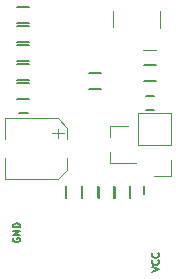
<source format=gto>
%TF.GenerationSoftware,KiCad,Pcbnew,4.0.7*%
%TF.CreationDate,2017-10-11T16:39:00+02:00*%
%TF.ProjectId,ESP12_pcb,45535031325F7063622E6B696361645F,rev?*%
%TF.FileFunction,Legend,Top*%
%FSLAX46Y46*%
G04 Gerber Fmt 4.6, Leading zero omitted, Abs format (unit mm)*
G04 Created by KiCad (PCBNEW 4.0.7) date Wednesday, 11 October 2017 'PMt' 16:39:00*
%MOMM*%
%LPD*%
G01*
G04 APERTURE LIST*
%ADD10C,0.127000*%
%ADD11C,0.150000*%
%ADD12C,0.120000*%
%ADD13C,0.100000*%
%ADD14R,1.300000X1.000000*%
%ADD15R,0.850000X1.300000*%
%ADD16R,1.300000X0.850000*%
%ADD17R,1.800000X1.800000*%
%ADD18O,1.800000X1.800000*%
%ADD19R,1.000000X0.900000*%
%ADD20R,1.000000X1.300000*%
%ADD21C,1.600000*%
%ADD22R,4.100000X1.850000*%
%ADD23R,2.500000X1.600000*%
G04 APERTURE END LIST*
D10*
X55221429Y-89650000D02*
X55821429Y-89450000D01*
X55221429Y-89250000D01*
X55764286Y-88707143D02*
X55792857Y-88735714D01*
X55821429Y-88821428D01*
X55821429Y-88878571D01*
X55792857Y-88964286D01*
X55735714Y-89021428D01*
X55678571Y-89050000D01*
X55564286Y-89078571D01*
X55478571Y-89078571D01*
X55364286Y-89050000D01*
X55307143Y-89021428D01*
X55250000Y-88964286D01*
X55221429Y-88878571D01*
X55221429Y-88821428D01*
X55250000Y-88735714D01*
X55278571Y-88707143D01*
X55764286Y-88107143D02*
X55792857Y-88135714D01*
X55821429Y-88221428D01*
X55821429Y-88278571D01*
X55792857Y-88364286D01*
X55735714Y-88421428D01*
X55678571Y-88450000D01*
X55564286Y-88478571D01*
X55478571Y-88478571D01*
X55364286Y-88450000D01*
X55307143Y-88421428D01*
X55250000Y-88364286D01*
X55221429Y-88278571D01*
X55221429Y-88221428D01*
X55250000Y-88135714D01*
X55278571Y-88107143D01*
X43500000Y-86807142D02*
X43471429Y-86864285D01*
X43471429Y-86949999D01*
X43500000Y-87035714D01*
X43557143Y-87092856D01*
X43614286Y-87121428D01*
X43728571Y-87149999D01*
X43814286Y-87149999D01*
X43928571Y-87121428D01*
X43985714Y-87092856D01*
X44042857Y-87035714D01*
X44071429Y-86949999D01*
X44071429Y-86892856D01*
X44042857Y-86807142D01*
X44014286Y-86778571D01*
X43814286Y-86778571D01*
X43814286Y-86892856D01*
X44071429Y-86521428D02*
X43471429Y-86521428D01*
X44071429Y-86178571D01*
X43471429Y-86178571D01*
X44071429Y-85892857D02*
X43471429Y-85892857D01*
X43471429Y-85750000D01*
X43500000Y-85664285D01*
X43557143Y-85607143D01*
X43614286Y-85578571D01*
X43728571Y-85550000D01*
X43814286Y-85550000D01*
X43928571Y-85578571D01*
X43985714Y-85607143D01*
X44042857Y-85664285D01*
X44071429Y-85750000D01*
X44071429Y-85892857D01*
D11*
X55600000Y-72200000D02*
X54600000Y-72200000D01*
X54600000Y-70850000D02*
X55600000Y-70850000D01*
X54600000Y-82400000D02*
X54600000Y-83100000D01*
X53400000Y-83100000D02*
X53400000Y-82400000D01*
X54725000Y-74775000D02*
X55425000Y-74775000D01*
X55425000Y-75975000D02*
X54725000Y-75975000D01*
X54725000Y-73550000D02*
X55425000Y-73550000D01*
X55425000Y-74750000D02*
X54725000Y-74750000D01*
X44700000Y-76250000D02*
X44000000Y-76250000D01*
X44000000Y-75050000D02*
X44700000Y-75050000D01*
D12*
X56840000Y-78895000D02*
X56840000Y-76235000D01*
X56840000Y-76235000D02*
X54060000Y-76235000D01*
X54060000Y-76235000D02*
X54060000Y-78895000D01*
X54060000Y-78895000D02*
X56840000Y-78895000D01*
X56840000Y-80165000D02*
X56840000Y-81555000D01*
X56840000Y-81555000D02*
X55450000Y-81555000D01*
X51715000Y-77320000D02*
X51715000Y-78250000D01*
X51715000Y-80480000D02*
X51715000Y-79550000D01*
X51715000Y-80480000D02*
X53875000Y-80480000D01*
X51715000Y-77320000D02*
X53175000Y-77320000D01*
D11*
X49900000Y-72825000D02*
X50900000Y-72825000D01*
X50900000Y-74175000D02*
X49900000Y-74175000D01*
X55575000Y-73550000D02*
X54575000Y-73550000D01*
X54575000Y-72200000D02*
X55575000Y-72200000D01*
X44800000Y-70225000D02*
X43800000Y-70225000D01*
X43800000Y-68875000D02*
X44800000Y-68875000D01*
X43800000Y-72075000D02*
X44800000Y-72075000D01*
X44800000Y-73425000D02*
X43800000Y-73425000D01*
X43800000Y-70475000D02*
X44800000Y-70475000D01*
X44800000Y-71825000D02*
X43800000Y-71825000D01*
X44800000Y-75025000D02*
X43800000Y-75025000D01*
X43800000Y-73675000D02*
X44800000Y-73675000D01*
X47987944Y-83386326D02*
X47987944Y-82386326D01*
X49337944Y-82386326D02*
X49337944Y-83386326D01*
X52062944Y-83411326D02*
X52062944Y-82411326D01*
X53412944Y-82411326D02*
X53412944Y-83411326D01*
X49325000Y-83375000D02*
X49325000Y-82375000D01*
X50675000Y-82375000D02*
X50675000Y-83375000D01*
X50725000Y-83450000D02*
X50725000Y-82450000D01*
X52075000Y-82450000D02*
X52075000Y-83450000D01*
X43800000Y-67275000D02*
X44800000Y-67275000D01*
X44800000Y-68625000D02*
X43800000Y-68625000D01*
D13*
X55900000Y-69000000D02*
X55900000Y-67600000D01*
X51900000Y-69000000D02*
X51900000Y-67600000D01*
X47275000Y-77550000D02*
X47275000Y-78350000D01*
X47775000Y-77950000D02*
X46775000Y-77950000D01*
X47275000Y-81850000D02*
X48075000Y-81050000D01*
X47275000Y-76650000D02*
X48075000Y-77450000D01*
X48075000Y-78850000D02*
X48075000Y-77450000D01*
X48075000Y-79650000D02*
X48075000Y-81050000D01*
X42775000Y-76650000D02*
X47275000Y-76650000D01*
X42775000Y-78850000D02*
X42775000Y-76650000D01*
X42775000Y-81850000D02*
X42775000Y-79650000D01*
X47275000Y-81850000D02*
X42775000Y-81850000D01*
%LPC*%
D14*
X54000000Y-71525000D03*
X56200000Y-71525000D03*
D15*
X54000000Y-81800000D03*
X54000000Y-83700000D03*
D16*
X54125000Y-75375000D03*
X56025000Y-75375000D03*
X54125000Y-74150000D03*
X56025000Y-74150000D03*
X45300000Y-75650000D03*
X43400000Y-75650000D03*
D17*
X55450000Y-80165000D03*
D18*
X55450000Y-77625000D03*
D19*
X53475000Y-79850000D03*
X53475000Y-77950000D03*
X51475000Y-78900000D03*
D14*
X51500000Y-73500000D03*
X49300000Y-73500000D03*
X53975000Y-72875000D03*
X56175000Y-72875000D03*
X43200000Y-69550000D03*
X45400000Y-69550000D03*
X45400000Y-72750000D03*
X43200000Y-72750000D03*
X45400000Y-71150000D03*
X43200000Y-71150000D03*
X43200000Y-74350000D03*
X45400000Y-74350000D03*
D20*
X48662944Y-81786326D03*
X48662944Y-83986326D03*
X52737944Y-81811326D03*
X52737944Y-84011326D03*
X50000000Y-81775000D03*
X50000000Y-83975000D03*
X51400000Y-81850000D03*
X51400000Y-84050000D03*
D21*
X49700000Y-78050000D03*
X43475000Y-83725000D03*
X45825000Y-83750000D03*
D17*
X45820000Y-86310000D03*
D18*
X45820000Y-88850000D03*
X48360000Y-86310000D03*
X48360000Y-88850000D03*
X50900000Y-86310000D03*
X50900000Y-88850000D03*
X53440000Y-86310000D03*
X53440000Y-88850000D03*
D14*
X45400000Y-67950000D03*
X43200000Y-67950000D03*
D22*
X53900000Y-69925000D03*
X53900000Y-66675000D03*
D23*
X47275000Y-79250000D03*
X43675000Y-79250000D03*
M02*

</source>
